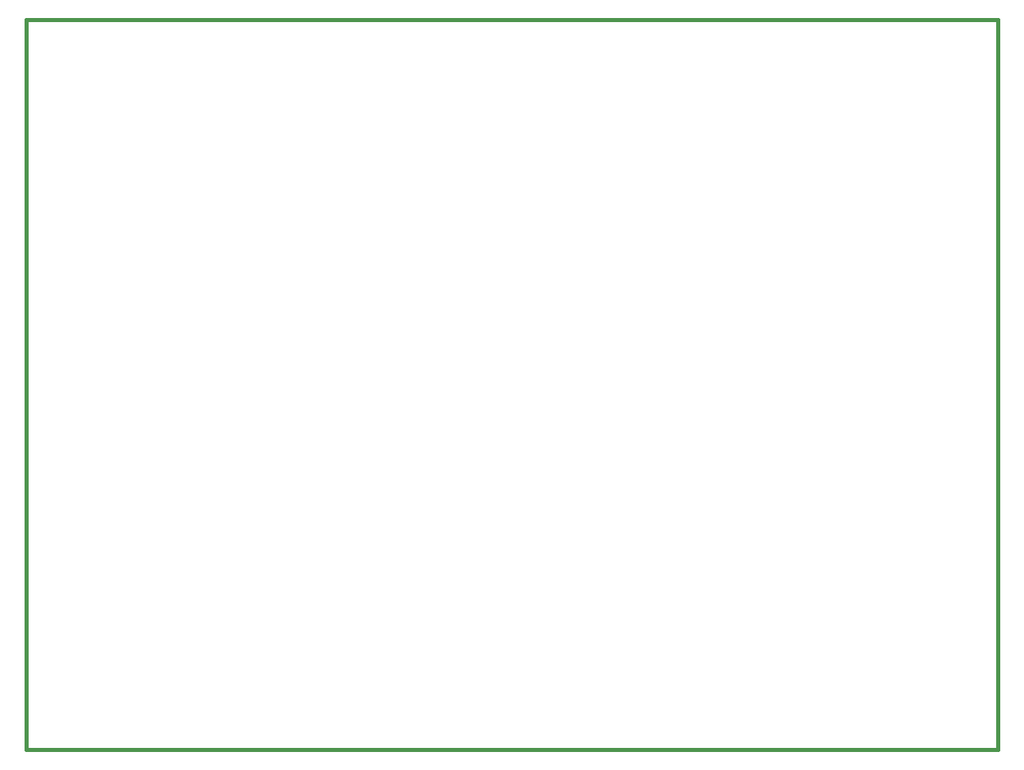
<source format=gko>
G75*
%MOIN*%
%OFA0B0*%
%FSLAX25Y25*%
%IPPOS*%
%LPD*%
%AMOC8*
5,1,8,0,0,1.08239X$1,22.5*
%
%ADD10C,0.01600*%
D10*
X0479131Y0025863D02*
X0479131Y0323107D01*
X0874800Y0323107D01*
X0874800Y0025863D01*
X0861020Y0025863D01*
X0862989Y0025863D02*
X0479131Y0025863D01*
M02*

</source>
